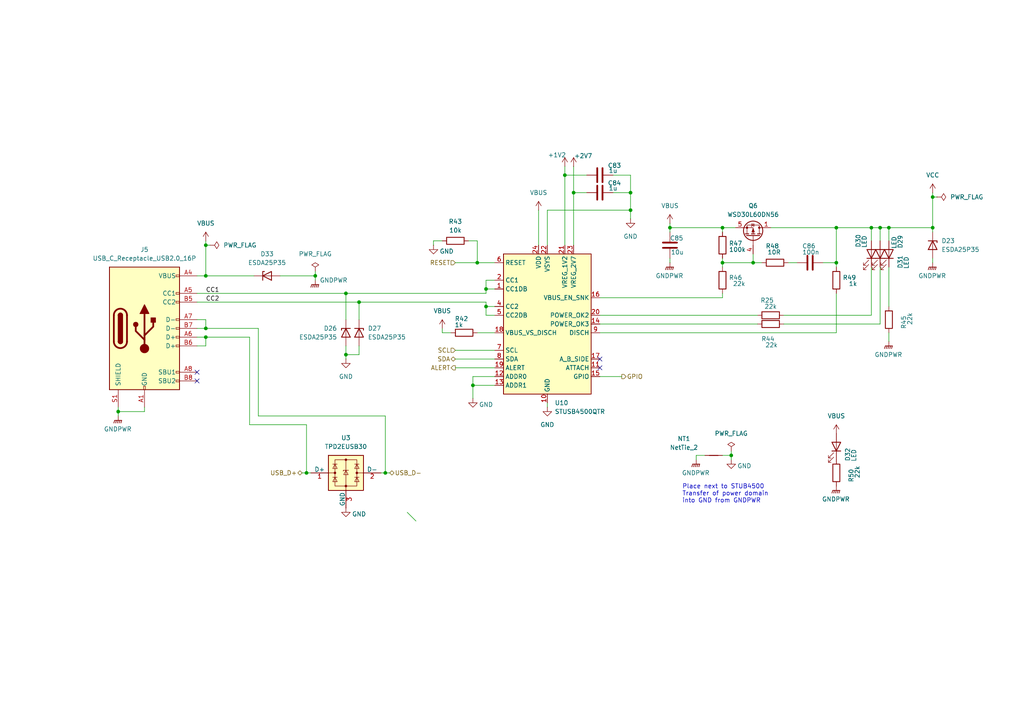
<source format=kicad_sch>
(kicad_sch (version 20250114) (generator "eeschema") (generator_version "9.0")
  (paper "A4")
  (lib_symbols
    (symbol "Connector:USB_C_Receptacle_USB2.0_16P" (pin_names (offset 1.016))
      (property "Reference" "J" (at 0 22.225 0))
      (property "Value" "USB_C_Receptacle_USB2.0_16P" (at 0 19.685 0))
      (symbol "USB_C_Receptacle_USB2.0_16P_0_0"
        (rectangle (start -0.254 -17.78) (end 0.254 -16.764))
        (rectangle (start 10.16 15.494) (end 9.144 14.986))
        (rectangle (start 10.16 10.414) (end 9.144 9.906))
        (rectangle (start 10.16 7.874) (end 9.144 7.366))
        (rectangle (start 10.16 2.794) (end 9.144 2.286))
        (rectangle (start 10.16 0.254) (end 9.144 -0.254))
        (rectangle (start 10.16 -2.286) (end 9.144 -2.794))
        (rectangle (start 10.16 -4.826) (end 9.144 -5.334))
        (rectangle (start 10.16 -12.446) (end 9.144 -12.954))
        (rectangle (start 10.16 -14.986) (end 9.144 -15.494))
      )
      (symbol "USB_C_Receptacle_USB2.0_16P_0_1"
        (rectangle (start -10.16 17.78) (end 10.16 -17.78) (stroke (width 0.254)) (fill (type background)))
        (polyline (pts (xy -8.89 -3.81) (xy -8.89 3.81)) (stroke (width 0.508)))
        (rectangle (start -7.62 -3.81) (end -6.35 3.81) (stroke (width 0.254)) (fill (type outline)))
        (arc (start -7.62 3.81) (mid -6.985 4.4423) (end -6.35 3.81) (stroke (width 0.254)))
        (arc (start -7.62 3.81) (mid -6.985 4.4423) (end -6.35 3.81) (stroke (width 0.254)) (fill (type outline)))
        (arc (start -8.89 3.81) (mid -6.985 5.7067) (end -5.08 3.81) (stroke (width 0.508)))
        (arc (start -5.08 -3.81) (mid -6.985 -5.7067) (end -8.89 -3.81) (stroke (width 0.508)))
        (arc (start -6.35 -3.81) (mid -6.985 -4.4423) (end -7.62 -3.81) (stroke (width 0.254)))
        (arc (start -6.35 -3.81) (mid -6.985 -4.4423) (end -7.62 -3.81) (stroke (width 0.254)) (fill (type outline)))
        (polyline (pts (xy -5.08 3.81) (xy -5.08 -3.81)) (stroke (width 0.508)))
        (circle (center -2.54 1.143) (radius 0.635) (stroke (width 0.254)) (fill (type outline)))
        (polyline (pts (xy -1.27 4.318) (xy 0 6.858) (xy 1.27 4.318) (xy -1.27 4.318)) (stroke (width 0.254)) (fill (type outline)))
        (polyline (pts (xy 0 -2.032) (xy 2.54 0.508) (xy 2.54 1.778)) (stroke (width 0.508)))
        (polyline (pts (xy 0 -3.302) (xy -2.54 -0.762) (xy -2.54 0.508)) (stroke (width 0.508)))
        (polyline (pts (xy 0 -5.842) (xy 0 4.318)) (stroke (width 0.508)))
        (circle (center 0 -5.842) (radius 1.27) (fill (type outline)))
        (rectangle (start 1.905 1.778) (end 3.175 3.048) (stroke (width 0.254)) (fill (type outline)))
      )
      (symbol "USB_C_Receptacle_USB2.0_16P_1_1"
        (pin passive line (at -7.62 -22.86 90) (length 5.08) (name "SHIELD") (number "S1"))
        (pin passive line (at 0 -22.86 90) (length 5.08) (name "GND") (number "A1"))
        (pin passive line (at 0 -22.86 90) (length 5.08) (hide yes) (name "GND") (number "A12"))
        (pin passive line (at 0 -22.86 90) (length 5.08) (hide yes) (name "GND") (number "B1"))
        (pin passive line (at 0 -22.86 90) (length 5.08) (hide yes) (name "GND") (number "B12"))
        (pin passive line (at 15.24 15.24 180) (length 5.08) (name "VBUS") (number "A4"))
        (pin passive line (at 15.24 15.24 180) (length 5.08) (hide yes) (name "VBUS") (number "A9"))
        (pin passive line (at 15.24 15.24 180) (length 5.08) (hide yes) (name "VBUS") (number "B4"))
        (pin passive line (at 15.24 15.24 180) (length 5.08) (hide yes) (name "VBUS") (number "B9"))
        (pin bidirectional line (at 15.24 10.16 180) (length 5.08) (name "CC1") (number "A5"))
        (pin bidirectional line (at 15.24 7.62 180) (length 5.08) (name "CC2") (number "B5"))
        (pin bidirectional line (at 15.24 2.54 180) (length 5.08) (name "D-") (number "A7"))
        (pin bidirectional line (at 15.24 0 180) (length 5.08) (name "D-") (number "B7"))
        (pin bidirectional line (at 15.24 -2.54 180) (length 5.08) (name "D+") (number "A6"))
        (pin bidirectional line (at 15.24 -5.08 180) (length 5.08) (name "D+") (number "B6"))
        (pin bidirectional line (at 15.24 -12.7 180) (length 5.08) (name "SBU1") (number "A8"))
        (pin bidirectional line (at 15.24 -15.24 180) (length 5.08) (name "SBU2") (number "B8"))
      )
    )
    (symbol "Device:C" (pin_numbers (hide yes)) (pin_names (offset 0.254))
      (property "Reference" "C" (at 0.635 2.54 0))
      (property "Value" "C" (at 0.635 -2.54 0))
      (symbol "C_0_1"
        (polyline (pts (xy -2.032 0.762) (xy 2.032 0.762)) (stroke (width 0.508)))
        (polyline (pts (xy -2.032 -0.762) (xy 2.032 -0.762)) (stroke (width 0.508)))
      )
      (symbol "C_1_1"
        (pin passive line (at 0 3.81 270) (length 2.794) (name "~") (number "1"))
        (pin passive line (at 0 -3.81 90) (length 2.794) (name "~") (number "2"))
      )
    )
    (symbol "Device:D_Zener" (pin_numbers (hide yes)) (pin_names (offset 1.016) (hide yes))
      (property "Reference" "D" (at 0 2.54 0))
      (property "Value" "D_Zener" (at 0 -2.54 0))
      (symbol "D_Zener_0_1"
        (polyline (pts (xy -1.27 -1.27) (xy -1.27 1.27) (xy -0.762 1.27)) (stroke (width 0.254)))
        (polyline (pts (xy 1.27 0) (xy -1.27 0)))
        (polyline (pts (xy 1.27 -1.27) (xy 1.27 1.27) (xy -1.27 0) (xy 1.27 -1.27)) (stroke (width 0.254)))
      )
      (symbol "D_Zener_1_1"
        (pin passive line (at -3.81 0 0) (length 2.54) (name "K") (number "1"))
        (pin passive line (at 3.81 0 180) (length 2.54) (name "A") (number "2"))
      )
    )
    (symbol "Device:LED" (pin_numbers (hide yes)) (pin_names (offset 1.016) (hide yes))
      (property "Reference" "D" (at 0 2.54 0))
      (property "Value" "LED" (at 0 -2.54 0))
      (symbol "LED_0_1"
        (polyline (pts (xy -3.048 -0.762) (xy -4.572 -2.286) (xy -3.81 -2.286) (xy -4.572 -2.286) (xy -4.572 -1.524)))
        (polyline (pts (xy -1.778 -0.762) (xy -3.302 -2.286) (xy -2.54 -2.286) (xy -3.302 -2.286) (xy -3.302 -1.524)))
        (polyline (pts (xy -1.27 0) (xy 1.27 0)))
        (polyline (pts (xy -1.27 -1.27) (xy -1.27 1.27)) (stroke (width 0.254)))
        (polyline (pts (xy 1.27 -1.27) (xy 1.27 1.27) (xy -1.27 0) (xy 1.27 -1.27)) (stroke (width 0.254)))
      )
      (symbol "LED_1_1"
        (pin passive line (at -3.81 0 0) (length 2.54) (name "K") (number "1"))
        (pin passive line (at 3.81 0 180) (length 2.54) (name "A") (number "2"))
      )
    )
    (symbol "Device:NetTie_2" (pin_numbers (hide yes)) (pin_names (offset 0) (hide yes)) (in_bom no)
      (property "Reference" "NT" (at 0 1.27 0))
      (property "Value" "NetTie_2" (at 0 -1.27 0))
      (symbol "NetTie_2_0_1"
        (polyline (pts (xy -1.27 0) (xy 1.27 0)) (stroke (width 0.254)))
      )
      (symbol "NetTie_2_1_1"
        (pin passive line (at -2.54 0 0) (length 2.54) (name "1") (number "1"))
        (pin passive line (at 2.54 0 180) (length 2.54) (name "2") (number "2"))
      )
    )
    (symbol "Device:R" (pin_numbers (hide yes)) (pin_names (offset 0))
      (property "Reference" "R" (at 2.032 0 90))
      (property "Value" "R" (at 0 0 90))
      (symbol "R_0_1"
        (rectangle (start -1.016 -2.54) (end 1.016 2.54) (stroke (width 0.254)))
      )
      (symbol "R_1_1"
        (pin passive line (at 0 3.81 270) (length 1.27) (name "~") (number "1"))
        (pin passive line (at 0 -3.81 90) (length 1.27) (name "~") (number "2"))
      )
    )
    (symbol "Interface_USB:STUSB4500QTR"
      (property "Reference" "U" (at -12.7 21.59 0))
      (property "Value" "STUSB4500QTR" (at 8.89 -21.59 0))
      (symbol "STUSB4500QTR_0_1"
        (rectangle (start -12.7 20.32) (end 12.7 -20.32) (stroke (width 0.254)) (fill (type background)))
      )
      (symbol "STUSB4500QTR_1_1"
        (pin input line (at -15.24 17.78 0) (length 2.54) (name "RESET") (number "6"))
        (pin bidirectional line (at -15.24 12.7 0) (length 2.54) (name "CC1") (number "2"))
        (pin bidirectional line (at -15.24 10.16 0) (length 2.54) (name "CC1DB") (number "1"))
        (pin bidirectional line (at -15.24 5.08 0) (length 2.54) (name "CC2") (number "4"))
        (pin bidirectional line (at -15.24 2.54 0) (length 2.54) (name "CC2DB") (number "5"))
        (pin input line (at -15.24 -2.54 0) (length 2.54) (name "VBUS_VS_DISCH") (number "18"))
        (pin input line (at -15.24 -7.62 0) (length 2.54) (name "SCL") (number "7"))
        (pin bidirectional line (at -15.24 -10.16 0) (length 2.54) (name "SDA") (number "8"))
        (pin open_collector line (at -15.24 -12.7 0) (length 2.54) (name "ALERT") (number "19"))
        (pin input line (at -15.24 -15.24 0) (length 2.54) (name "ADDR0") (number "12"))
        (pin input line (at -15.24 -17.78 0) (length 2.54) (name "ADDR1") (number "13"))
        (pin no_connect line (at -12.7 15.24 0) (length 2.54) (hide yes) (name "NC") (number "3"))
        (pin power_in line (at -2.54 22.86 270) (length 2.54) (name "VDD") (number "24"))
        (pin power_in line (at 0 22.86 270) (length 2.54) (name "VSYS") (number "22"))
        (pin power_in line (at 0 -22.86 90) (length 2.54) (name "GND") (number "10"))
        (pin passive line (at 0 -22.86 90) (length 2.54) (hide yes) (name "GND") (number "25"))
        (pin power_out line (at 5.08 22.86 270) (length 2.54) (name "VREG_1V2") (number "21"))
        (pin power_out line (at 7.62 22.86 270) (length 2.54) (name "VREG_2V7") (number "23"))
        (pin open_collector line (at 15.24 7.62 180) (length 2.54) (name "VBUS_EN_SNK") (number "16"))
        (pin open_collector line (at 15.24 2.54 180) (length 2.54) (name "POWER_OK2") (number "20"))
        (pin open_collector line (at 15.24 0 180) (length 2.54) (name "POWER_OK3") (number "14"))
        (pin bidirectional line (at 15.24 -2.54 180) (length 2.54) (name "DISCH") (number "9"))
        (pin open_collector line (at 15.24 -10.16 180) (length 2.54) (name "A_B_SIDE") (number "17"))
        (pin open_collector line (at 15.24 -12.7 180) (length 2.54) (name "ATTACH") (number "11"))
        (pin open_collector line (at 15.24 -15.24 180) (length 2.54) (name "GPIO") (number "15"))
      )
    )
    (symbol "Power_Protection:TPD2EUSB30" (pin_names (offset 0))
      (property "Reference" "U" (at 0 6.35 0))
      (property "Value" "TPD2EUSB30" (at 7.62 -7.62 0))
      (symbol "TPD2EUSB30_0_1"
        (rectangle (start -5.08 5.08) (end 5.08 -5.08) (stroke (width 0.254)) (fill (type background)))
        (polyline (pts (xy -5.08 0) (xy -3.175 0)))
        (polyline (pts (xy -3.81 2.54) (xy -2.54 2.54)))
        (polyline (pts (xy -3.81 -1.27) (xy -2.54 -1.27)))
        (rectangle (start -3.175 3.81) (end 3.175 -3.81))
        (circle (center -3.175 0) (radius 0.2794) (fill (type outline)))
        (polyline (pts (xy -2.54 1.27) (xy -3.81 1.27) (xy -3.175 2.54) (xy -2.54 1.27)))
        (polyline (pts (xy -2.54 -2.54) (xy -3.81 -2.54) (xy -3.175 -1.27) (xy -2.54 -2.54)))
        (circle (center 0 3.81) (radius 0.2794) (fill (type outline)))
        (polyline (pts (xy 0 3.81) (xy 0 -5.08)))
        (circle (center 0 -3.81) (radius 0.2794) (fill (type outline)))
        (polyline (pts (xy 0.635 -0.508) (xy -0.635 -0.508) (xy 0 0.762) (xy 0.635 -0.508)))
        (polyline (pts (xy 0.762 0.762) (xy -0.762 0.762) (xy -0.762 0.508)))
        (polyline (pts (xy 2.54 2.54) (xy 3.81 2.54)))
        (polyline (pts (xy 2.54 -1.27) (xy 3.81 -1.27)))
        (circle (center 3.175 0) (radius 0.2794) (fill (type outline)))
        (polyline (pts (xy 3.81 1.27) (xy 2.54 1.27) (xy 3.175 2.54) (xy 3.81 1.27)))
        (polyline (pts (xy 3.81 -2.54) (xy 2.54 -2.54) (xy 3.175 -1.27) (xy 3.81 -2.54)))
        (polyline (pts (xy 5.08 0) (xy 3.175 0)))
      )
      (symbol "TPD2EUSB30_1_1"
        (pin passive line (at -10.16 0 0) (length 5.08) (name "D+") (number "1"))
        (pin passive line (at 0 -10.16 90) (length 5.08) (name "GND") (number "3"))
        (pin passive line (at 10.16 0 180) (length 5.08) (name "D-") (number "2"))
      )
    )
    (symbol "Transistor_FET:CSD25402Q3A" (pin_names (hide yes))
      (property "Reference" "U" (at 5.715 1.905 0))
      (property "Value" "CSD25402Q3A" (at 11.811 -0.127 0))
      (symbol "CSD25402Q3A_0_1"
        (polyline (pts (xy 0.254 1.905) (xy 0.254 -1.905)) (stroke (width 0.254)))
        (polyline (pts (xy 0.254 0) (xy -2.54 0)))
        (polyline (pts (xy 0.762 2.286) (xy 0.762 1.27)) (stroke (width 0.254)))
        (polyline (pts (xy 0.762 1.778) (xy 3.302 1.778) (xy 3.302 -1.778) (xy 0.762 -1.778)))
        (polyline (pts (xy 0.762 0.508) (xy 0.762 -0.508)) (stroke (width 0.254)))
        (polyline (pts (xy 0.762 -1.27) (xy 0.762 -2.286)) (stroke (width 0.254)))
        (circle (center 1.651 0) (radius 2.794) (stroke (width 0.254)))
        (polyline (pts (xy 2.286 0) (xy 1.27 0.381) (xy 1.27 -0.381) (xy 2.286 0)) (fill (type outline)))
        (polyline (pts (xy 2.54 2.54) (xy 2.54 1.778)))
        (circle (center 2.54 1.778) (radius 0.254) (fill (type outline)))
        (circle (center 2.54 -1.778) (radius 0.254) (fill (type outline)))
        (polyline (pts (xy 2.54 -2.54) (xy 2.54 0) (xy 0.762 0)))
        (polyline (pts (xy 2.794 -0.508) (xy 2.921 -0.381) (xy 3.683 -0.381) (xy 3.81 -0.254)))
        (polyline (pts (xy 3.302 -0.381) (xy 2.921 0.254) (xy 3.683 0.254) (xy 3.302 -0.381)))
      )
      (symbol "CSD25402Q3A_1_1"
        (pin input line (at -5.08 0 0) (length 2.54) (name "G") (number "4"))
        (pin passive line (at 2.54 5.08 270) (length 2.54) (name "D") (number "1"))
        (pin passive line (at 2.54 5.08 270) (length 2.54) (hide yes) (name "D") (number "2"))
        (pin passive line (at 2.54 5.08 270) (length 2.54) (hide yes) (name "D") (number "3"))
        (pin passive line (at 2.54 -5.08 90) (length 2.54) (name "S") (number "5"))
      )
    )
    (symbol "power:+1V2" (power) (pin_numbers (hide yes)) (pin_names (offset 0) (hide yes))
      (property "Value" "+1V2" (at 0 3.556 0))
      (symbol "+1V2_0_1"
        (polyline (pts (xy -0.762 1.27) (xy 0 2.54)))
        (polyline (pts (xy 0 2.54) (xy 0.762 1.27)))
        (polyline (pts (xy 0 0) (xy 0 2.54)))
      )
      (symbol "+1V2_1_1"
        (pin power_in line (at 0 0 90) (length 0) (name "~") (number "1"))
      )
    )
    (symbol "power:+2V8" (power) (pin_numbers (hide yes)) (pin_names (offset 0) (hide yes))
      (property "Value" "+2V8" (at 0 3.556 0))
      (symbol "+2V8_0_1"
        (polyline (pts (xy -0.762 1.27) (xy 0 2.54)))
        (polyline (pts (xy 0 2.54) (xy 0.762 1.27)))
        (polyline (pts (xy 0 0) (xy 0 2.54)))
      )
      (symbol "+2V8_1_1"
        (pin power_in line (at 0 0 90) (length 0) (name "~") (number "1"))
      )
    )
    (symbol "power:GND" (power) (pin_numbers (hide yes)) (pin_names (offset 0) (hide yes))
      (property "Value" "GND" (at 0 -3.81 0))
      (symbol "GND_0_1"
        (polyline (pts (xy 0 0) (xy 0 -1.27) (xy 1.27 -1.27) (xy 0 -2.54) (xy -1.27 -1.27) (xy 0 -1.27)))
      )
      (symbol "GND_1_1"
        (pin power_in line (at 0 0 270) (length 0) (name "~") (number "1"))
      )
    )
    (symbol "power:GNDPWR" (power) (pin_numbers (hide yes)) (pin_names (offset 0) (hide yes))
      (property "Value" "GNDPWR" (at 0 -3.302 0))
      (symbol "GNDPWR_0_1"
        (polyline (pts (xy -1.016 -1.27) (xy -1.27 -2.032) (xy -1.27 -2.032)) (stroke (width 0.2032)))
        (polyline (pts (xy -0.508 -1.27) (xy -0.762 -2.032) (xy -0.762 -2.032)) (stroke (width 0.2032)))
        (polyline (pts (xy 0 -1.27) (xy 0 0)))
        (polyline (pts (xy 0 -1.27) (xy -0.254 -2.032) (xy -0.254 -2.032)) (stroke (width 0.2032)))
        (polyline (pts (xy 0.508 -1.27) (xy 0.254 -2.032) (xy 0.254 -2.032)) (stroke (width 0.2032)))
        (polyline (pts (xy 1.016 -1.27) (xy -1.016 -1.27) (xy -1.016 -1.27)) (stroke (width 0.2032)))
        (polyline (pts (xy 1.016 -1.27) (xy 0.762 -2.032) (xy 0.762 -2.032) (xy 0.762 -2.032)) (stroke (width 0.2032)))
      )
      (symbol "GNDPWR_1_1"
        (pin power_in line (at 0 0 270) (length 0) (name "~") (number "1"))
      )
    )
    (symbol "power:PWR_FLAG" (power) (pin_numbers (hide yes)) (pin_names (offset 0) (hide yes))
      (property "Value" "PWR_FLAG" (at 0 3.81 0))
      (symbol "PWR_FLAG_0_0"
        (pin power_out line (at 0 0 90) (length 0) (name "~") (number "1"))
      )
      (symbol "PWR_FLAG_0_1"
        (polyline (pts (xy 0 0) (xy 0 1.27) (xy -1.016 1.905) (xy 0 2.54) (xy 1.016 1.905) (xy 0 1.27)))
      )
    )
    (symbol "power:VBUS" (power) (pin_numbers (hide yes)) (pin_names (offset 0) (hide yes))
      (property "Value" "VBUS" (at 0 3.556 0))
      (symbol "VBUS_0_1"
        (polyline (pts (xy -0.762 1.27) (xy 0 2.54)))
        (polyline (pts (xy 0 2.54) (xy 0.762 1.27)))
        (polyline (pts (xy 0 0) (xy 0 2.54)))
      )
      (symbol "VBUS_1_1"
        (pin power_in line (at 0 0 90) (length 0) (name "~") (number "1"))
      )
    )
    (symbol "power:VCC" (power) (pin_numbers (hide yes)) (pin_names (offset 0) (hide yes))
      (property "Value" "VCC" (at 0 3.556 0))
      (symbol "VCC_0_1"
        (polyline (pts (xy -0.762 1.27) (xy 0 2.54)))
        (polyline (pts (xy 0 2.54) (xy 0.762 1.27)))
        (polyline (pts (xy 0 0) (xy 0 2.54)))
      )
      (symbol "VCC_1_1"
        (pin power_in line (at 0 0 90) (length 0) (name "~") (number "1"))
      )
    )
  )
  (text "Place next to STUB4500\nTransfer of power domain\ninto GND from GNDPWR" (at 197.866 143.256 0) (effects (font (size 1.27 1.27)) (justify left)))
  (junction (at 209.55 76.2))
  (junction (at 182.88 60.96))
  (junction (at 163.83 50.8))
  (junction (at 91.44 80.01))
  (junction (at 209.55 66.04))
  (junction (at 242.57 66.04))
  (junction (at 140.97 88.9))
  (junction (at 257.81 66.04))
  (junction (at 182.88 55.88))
  (junction (at 34.29 119.38))
  (junction (at 270.51 66.04))
  (junction (at 88.9 137.16))
  (junction (at 270.51 57.15))
  (junction (at 59.69 71.12))
  (junction (at 242.57 76.2))
  (junction (at 140.97 83.82))
  (junction (at 212.09 132.08))
  (junction (at 218.44 76.2))
  (junction (at 100.33 102.87))
  (junction (at 137.16 111.76))
  (junction (at 138.43 76.2))
  (junction (at 59.69 97.79))
  (junction (at 194.31 66.04))
  (junction (at 166.37 55.88))
  (junction (at 255.27 66.04))
  (junction (at 252.73 66.04))
  (junction (at 59.69 80.01))
  (junction (at 111.76 137.16))
  (junction (at 59.69 95.25))
  (junction (at 100.33 85.09))
  (junction (at 104.14 87.63))
  (no_connect (at 173.99 106.68))
  (no_connect (at 57.15 107.95))
  (no_connect (at 57.15 110.49))
  (no_connect (at 173.99 104.14))
  (bus_entry (at 118.11 148.59) (size 2.54 2.54))
  (wire (pts (xy 270.51 55.88) (xy 270.51 57.15)))
  (wire (pts (xy 257.81 99.06) (xy 257.81 96.52)))
  (wire (pts (xy 57.15 97.79) (xy 59.69 97.79)))
  (wire (pts (xy 140.97 88.9) (xy 143.51 88.9)))
  (wire (pts (xy 135.89 69.85) (xy 138.43 69.85)))
  (wire (pts (xy 88.9 137.16) (xy 90.17 137.16)))
  (wire (pts (xy 34.29 119.38) (xy 34.29 120.65)))
  (wire (pts (xy 137.16 109.22) (xy 137.16 111.76)))
  (wire (pts (xy 100.33 102.87) (xy 100.33 104.14)))
  (wire (pts (xy 140.97 87.63) (xy 140.97 88.9)))
  (wire (pts (xy 59.69 97.79) (xy 72.39 97.79)))
  (wire (pts (xy 104.14 87.63) (xy 140.97 87.63)))
  (wire (pts (xy 209.55 76.2) (xy 209.55 77.47)))
  (wire (pts (xy 91.44 78.74) (xy 91.44 80.01)))
  (wire (pts (xy 166.37 48.26) (xy 166.37 55.88)))
  (wire (pts (xy 242.57 96.52) (xy 242.57 85.09)))
  (wire (pts (xy 158.75 60.96) (xy 182.88 60.96)))
  (wire (pts (xy 100.33 85.09) (xy 100.33 92.71)))
  (wire (pts (xy 270.51 57.15) (xy 270.51 66.04)))
  (wire (pts (xy 252.73 66.04) (xy 255.27 66.04)))
  (wire (pts (xy 209.55 66.04) (xy 209.55 67.31)))
  (wire (pts (xy 100.33 100.33) (xy 100.33 102.87)))
  (wire (pts (xy 81.28 80.01) (xy 91.44 80.01)))
  (wire (pts (xy 128.27 69.85) (xy 125.73 69.85)))
  (wire (pts (xy 194.31 76.2) (xy 194.31 74.93)))
  (wire (pts (xy 72.39 97.79) (xy 72.39 123.19)))
  (wire (pts (xy 209.55 76.2) (xy 218.44 76.2)))
  (wire (pts (xy 111.76 120.65) (xy 111.76 137.16)))
  (wire (pts (xy 74.93 95.25) (xy 74.93 120.65)))
  (wire (pts (xy 158.75 60.96) (xy 158.75 71.12)))
  (wire (pts (xy 59.69 95.25) (xy 74.93 95.25)))
  (wire (pts (xy 59.69 92.71) (xy 59.69 95.25)))
  (wire (pts (xy 252.73 66.04) (xy 252.73 69.85)))
  (wire (pts (xy 57.15 87.63) (xy 104.14 87.63)))
  (wire (pts (xy 194.31 66.04) (xy 209.55 66.04)))
  (wire (pts (xy 209.55 74.93) (xy 209.55 76.2)))
  (wire (pts (xy 173.99 86.36) (xy 209.55 86.36)))
  (wire (pts (xy 156.21 60.96) (xy 156.21 71.12)))
  (wire (pts (xy 177.8 50.8) (xy 182.88 50.8)))
  (wire (pts (xy 255.27 77.47) (xy 255.27 93.98)))
  (wire (pts (xy 242.57 66.04) (xy 242.57 76.2)))
  (wire (pts (xy 104.14 100.33) (xy 104.14 102.87)))
  (wire (pts (xy 104.14 87.63) (xy 104.14 92.71)))
  (wire (pts (xy 182.88 50.8) (xy 182.88 55.88)))
  (wire (pts (xy 143.51 91.44) (xy 140.97 91.44)))
  (wire (pts (xy 182.88 60.96) (xy 182.88 63.5)))
  (wire (pts (xy 125.73 69.85) (xy 125.73 71.12)))
  (wire (pts (xy 140.97 91.44) (xy 140.97 88.9)))
  (wire (pts (xy 132.08 104.14) (xy 143.51 104.14)))
  (wire (pts (xy 182.88 55.88) (xy 182.88 60.96)))
  (wire (pts (xy 242.57 76.2) (xy 242.57 77.47)))
  (wire (pts (xy 218.44 76.2) (xy 220.98 76.2)))
  (wire (pts (xy 138.43 96.52) (xy 143.51 96.52)))
  (wire (pts (xy 74.93 120.65) (xy 111.76 120.65)))
  (wire (pts (xy 173.99 91.44) (xy 219.71 91.44)))
  (wire (pts (xy 242.57 66.04) (xy 252.73 66.04)))
  (wire (pts (xy 194.31 66.04) (xy 194.31 67.31)))
  (wire (pts (xy 177.8 55.88) (xy 182.88 55.88)))
  (wire (pts (xy 209.55 66.04) (xy 213.36 66.04)))
  (wire (pts (xy 173.99 96.52) (xy 242.57 96.52)))
  (wire (pts (xy 140.97 83.82) (xy 140.97 85.09)))
  (wire (pts (xy 59.69 95.25) (xy 57.15 95.25)))
  (wire (pts (xy 143.51 109.22) (xy 137.16 109.22)))
  (wire (pts (xy 255.27 66.04) (xy 257.81 66.04)))
  (wire (pts (xy 257.81 77.47) (xy 257.81 88.9)))
  (wire (pts (xy 91.44 80.01) (xy 91.44 81.28)))
  (wire (pts (xy 57.15 92.71) (xy 59.69 92.71)))
  (wire (pts (xy 166.37 55.88) (xy 170.18 55.88)))
  (wire (pts (xy 41.91 118.11) (xy 41.91 119.38)))
  (wire (pts (xy 138.43 76.2) (xy 143.51 76.2)))
  (wire (pts (xy 255.27 66.04) (xy 255.27 69.85)))
  (wire (pts (xy 163.83 48.26) (xy 163.83 50.8)))
  (wire (pts (xy 88.9 123.19) (xy 88.9 137.16)))
  (wire (pts (xy 57.15 80.01) (xy 59.69 80.01)))
  (wire (pts (xy 132.08 101.6) (xy 143.51 101.6)))
  (wire (pts (xy 87.63 137.16) (xy 88.9 137.16)))
  (wire (pts (xy 104.14 102.87) (xy 100.33 102.87)))
  (wire (pts (xy 204.47 132.08) (xy 201.93 132.08)))
  (wire (pts (xy 166.37 55.88) (xy 166.37 71.12)))
  (wire (pts (xy 255.27 93.98) (xy 227.33 93.98)))
  (wire (pts (xy 173.99 109.22) (xy 180.34 109.22)))
  (wire (pts (xy 110.49 137.16) (xy 111.76 137.16)))
  (wire (pts (xy 194.31 64.77) (xy 194.31 66.04)))
  (wire (pts (xy 100.33 85.09) (xy 140.97 85.09)))
  (wire (pts (xy 130.81 96.52) (xy 128.27 96.52)))
  (wire (pts (xy 34.29 118.11) (xy 34.29 119.38)))
  (wire (pts (xy 212.09 132.08) (xy 212.09 133.35)))
  (wire (pts (xy 163.83 50.8) (xy 170.18 50.8)))
  (wire (pts (xy 111.76 137.16) (xy 113.03 137.16)))
  (wire (pts (xy 59.69 100.33) (xy 59.69 97.79)))
  (wire (pts (xy 140.97 83.82) (xy 143.51 83.82)))
  (wire (pts (xy 41.91 119.38) (xy 34.29 119.38)))
  (wire (pts (xy 138.43 69.85) (xy 138.43 76.2)))
  (wire (pts (xy 228.6 76.2) (xy 231.14 76.2)))
  (wire (pts (xy 238.76 76.2) (xy 242.57 76.2)))
  (wire (pts (xy 227.33 91.44) (xy 252.73 91.44)))
  (wire (pts (xy 59.69 80.01) (xy 73.66 80.01)))
  (wire (pts (xy 132.08 106.68) (xy 143.51 106.68)))
  (wire (pts (xy 218.44 73.66) (xy 218.44 76.2)))
  (wire (pts (xy 223.52 66.04) (xy 242.57 66.04)))
  (wire (pts (xy 132.08 76.2) (xy 138.43 76.2)))
  (wire (pts (xy 137.16 111.76) (xy 143.51 111.76)))
  (wire (pts (xy 72.39 123.19) (xy 88.9 123.19)))
  (wire (pts (xy 270.51 74.93) (xy 270.51 76.2)))
  (wire (pts (xy 257.81 66.04) (xy 270.51 66.04)))
  (wire (pts (xy 140.97 81.28) (xy 140.97 83.82)))
  (wire (pts (xy 271.78 57.15) (xy 270.51 57.15)))
  (wire (pts (xy 201.93 132.08) (xy 201.93 133.35)))
  (wire (pts (xy 57.15 85.09) (xy 100.33 85.09)))
  (wire (pts (xy 158.75 118.11) (xy 158.75 116.84)))
  (wire (pts (xy 137.16 111.76) (xy 137.16 115.57)))
  (wire (pts (xy 173.99 93.98) (xy 219.71 93.98)))
  (wire (pts (xy 59.69 71.12) (xy 59.69 80.01)))
  (wire (pts (xy 209.55 86.36) (xy 209.55 85.09)))
  (wire (pts (xy 57.15 100.33) (xy 59.69 100.33)))
  (wire (pts (xy 128.27 96.52) (xy 128.27 95.25)))
  (wire (pts (xy 163.83 50.8) (xy 163.83 71.12)))
  (wire (pts (xy 59.69 69.85) (xy 59.69 71.12)))
  (wire (pts (xy 252.73 91.44) (xy 252.73 77.47)))
  (wire (pts (xy 257.81 66.04) (xy 257.81 69.85)))
  (wire (pts (xy 143.51 81.28) (xy 140.97 81.28)))
  (wire (pts (xy 60.96 71.12) (xy 59.69 71.12)))
  (wire (pts (xy 270.51 67.31) (xy 270.51 66.04)))
  (wire (pts (xy 212.09 130.81) (xy 212.09 132.08)))
  (wire (pts (xy 209.55 132.08) (xy 212.09 132.08)))
  (label "CC2" (at 59.69 87.63 0))
  (label "CC1" (at 59.69 85.09 0))
  (hierarchical_label "RESET" (shape input) (at 132.08 76.2 180))
  (hierarchical_label "SCL" (shape input) (at 132.08 101.6 180))
  (hierarchical_label "GPIO" (shape output) (at 180.34 109.22 0))
  (hierarchical_label "USB_D+" (shape bidirectional) (at 87.63 137.16 180))
  (hierarchical_label "ALERT" (shape output) (at 132.08 106.68 180))
  (hierarchical_label "USB_D-" (shape bidirectional) (at 113.03 137.16 0))
  (hierarchical_label "SDA" (shape bidirectional) (at 132.08 104.14 180))
  (symbol (lib_id "power:GNDPWR") (at 91.44 81.28 0) (unit 1)
    (property "Reference" "#PWR0103" (effects (hide yes)))
    (property "Value" "GNDPWR" (at 96.774 81.28 0))
    (property "Description" "Power symbol creates a global label with name \"GNDPWR\" , global ground" (effects (hide yes)))
  )
  (symbol (lib_id "Device:R") (at 223.52 93.98 270) (unit 1)
    (property "Reference" "R44" (at 222.758 98.298 90))
    (property "Value" "22k" (at 223.774 100.076 90))
    (property "Footprint" "Resistor_SMD:R_0402_1005Metric" (effects (hide yes)))
    (property "Description" "Resistor" (effects (hide yes)))
    (property "LCSC" "C25768" (effects (hide yes)))
  )
  (symbol (lib_id "Device:C") (at 173.99 55.88 90) (unit 1)
    (property "Reference" "C84" (at 176.276 53.086 90) (effects (justify right)))
    (property "Value" "1u" (at 176.53 54.61 90) (effects (justify right)))
    (property "Footprint" "Capacitor_SMD:C_0603_1608Metric" (effects (hide yes)))
    (property "Description" "Unpolarized capacitor" (effects (hide yes)))
    (property "LCSC" "C15849" (effects (hide yes)))
  )
  (symbol (lib_id "power:GNDPWR") (at 34.29 120.65 0) (unit 1)
    (property "Reference" "#PWR0101" (effects (hide yes)))
    (property "Value" "GNDPWR" (at 34.163 124.46 0))
    (property "Description" "Power symbol creates a global label with name \"GNDPWR\" , global ground" (effects (hide yes)))
  )
  (symbol (lib_id "power:GNDPWR") (at 242.57 140.97 0) (unit 1)
    (property "Reference" "#PWR044" (effects (hide yes)))
    (property "Value" "GNDPWR" (at 242.443 144.78 0))
    (property "Description" "Power symbol creates a global label with name \"GNDPWR\" , global ground" (effects (hide yes)))
  )
  (symbol (lib_id "power:PWR_FLAG") (at 91.44 78.74 0) (mirror y) (unit 1)
    (property "Reference" "#FLG01" (effects (hide yes)))
    (property "Value" "PWR_FLAG" (at 91.44 73.66 0))
    (property "Description" "Special symbol for telling ERC where power comes from" (effects (hide yes)))
  )
  (symbol (lib_id "Device:D_Zener") (at 77.47 80.01 0) (unit 1)
    (property "Reference" "D33" (at 77.47 73.66 0))
    (property "Value" "ESDA25P35" (at 77.47 76.2 0))
    (property "Footprint" "protovolt_mini_fp:D_1610_4027Metric" (effects (hide yes)))
    (property "Description" "Zener diode" (effects (hide yes)))
    (property "LCSC" "C1974707" (effects (hide yes)))
  )
  (symbol (lib_id "power:+1V2") (at 163.83 48.26 0) (unit 1)
    (property "Reference" "#PWR0111" (effects (hide yes)))
    (property "Value" "+1V2" (at 161.544 44.958 0))
    (property "Description" "Power symbol creates a global label with name \"+1V2\"" (effects (hide yes)))
  )
  (symbol (lib_id "power:GNDPWR") (at 201.93 133.35 0) (unit 1)
    (property "Reference" "#PWR0104" (effects (hide yes)))
    (property "Value" "GNDPWR" (at 201.803 137.16 0))
    (property "Description" "Power symbol creates a global label with name \"GNDPWR\" , global ground" (effects (hide yes)))
  )
  (symbol (lib_id "Power_Protection:TPD2EUSB30") (at 100.33 137.16 0) (unit 1)
    (property "Reference" "U3" (at 100.33 127 0))
    (property "Value" "TPD2EUSB30" (at 100.33 129.54 0))
    (property "Footprint" "Package_TO_SOT_SMD:Texas_DRT-3" (effects (hide yes)))
    (property "Datasheet" "http://www.ti.com/lit/ds/symlink/tpd2eusb30a.pdf" (effects (hide yes)))
    (property "Description" "2-Channel ESD Protection for Super-Speed USB 3.0 Interface, DRT-3" (effects (hide yes)))
    (property "LCSC" "C97502" (effects (hide yes)))
  )
  (symbol (lib_id "Device:LED") (at 257.81 73.66 270) (mirror x) (unit 1)
    (property "Reference" "D31" (at 261.112 75.946 0))
    (property "Value" "LED" (at 262.89 76.2 0))
    (property "Footprint" "LED_SMD:LED_0603_1608Metric" (effects (hide yes)))
    (property "Description" "Light emitting diode" (effects (hide yes)))
    (property "Sim.Pins" "1=K 2=A" (effects (hide yes)))
    (property "LCSC" "C2286" (effects (hide yes)))
  )
  (symbol (lib_id "Device:R") (at 223.52 91.44 270) (unit 1)
    (property "Reference" "R25" (at 222.504 87.122 90))
    (property "Value" "22k" (at 223.52 88.9 90))
    (property "Footprint" "Resistor_SMD:R_0402_1005Metric" (effects (hide yes)))
    (property "Description" "Resistor" (effects (hide yes)))
    (property "LCSC" "C25768" (effects (hide yes)))
  )
  (symbol (lib_id "power:VBUS") (at 242.57 125.73 0) (unit 1)
    (property "Reference" "#PWR042" (effects (hide yes)))
    (property "Value" "VBUS" (at 242.57 120.65 0))
    (property "Description" "Power symbol creates a global label with name \"VBUS\"" (effects (hide yes)))
  )
  (symbol (lib_id "power:GND") (at 212.09 133.35 0) (unit 1)
    (property "Reference" "#PWR0105" (effects (hide yes)))
    (property "Value" "GND" (at 215.9 135.128 0))
    (property "Description" "Power symbol creates a global label with name \"GND\" , ground" (effects (hide yes)))
  )
  (symbol (lib_id "power:GNDPWR") (at 270.51 76.2 0) (unit 1)
    (property "Reference" "#PWR0116" (effects (hide yes)))
    (property "Value" "GNDPWR" (at 270.383 80.01 0))
    (property "Description" "Power symbol creates a global label with name \"GNDPWR\" , global ground" (effects (hide yes)))
  )
  (symbol (lib_id "power:GND") (at 182.88 63.5 0) (mirror y) (unit 1)
    (property "Reference" "#PWR0109" (effects (hide yes)))
    (property "Value" "GND" (at 182.88 68.58 0))
    (property "Description" "Power symbol creates a global label with name \"GND\" , ground" (effects (hide yes)))
  )
  (symbol (lib_id "Device:LED") (at 252.73 73.66 270) (mirror x) (unit 1)
    (property "Reference" "D29" (at 261.112 70.104 0))
    (property "Value" "LED" (at 259.334 70.358 0))
    (property "Footprint" "LED_SMD:LED_0603_1608Metric" (effects (hide yes)))
    (property "Description" "Light emitting diode" (effects (hide yes)))
    (property "Sim.Pins" "1=K 2=A" (effects (hide yes)))
    (property "LCSC" "C2286" (effects (hide yes)))
  )
  (symbol (lib_id "power:GND") (at 137.16 115.57 0) (unit 1)
    (property "Reference" "#PWR0108" (effects (hide yes)))
    (property "Value" "GND" (at 140.97 117.348 0))
    (property "Description" "Power symbol creates a global label with name \"GND\" , ground" (effects (hide yes)))
  )
  (symbol (lib_id "Device:R") (at 257.81 92.71 0) (unit 1)
    (property "Reference" "R45" (at 262.128 93.472 90))
    (property "Value" "22k" (at 263.906 92.456 90))
    (property "Footprint" "Resistor_SMD:R_0402_1005Metric" (effects (hide yes)))
    (property "Description" "Resistor" (effects (hide yes)))
    (property "LCSC" "C25768" (effects (hide yes)))
  )
  (symbol (lib_id "power:VBUS") (at 194.31 64.77 0) (unit 1)
    (property "Reference" "#PWR0113" (effects (hide yes)))
    (property "Value" "VBUS" (at 194.31 59.69 0))
    (property "Description" "Power symbol creates a global label with name \"VBUS\"" (effects (hide yes)))
  )
  (symbol (lib_id "Device:R") (at 209.55 71.12 180) (unit 1)
    (property "Reference" "R47" (at 213.36 70.612 0))
    (property "Value" "100k" (at 213.868 72.39 0))
    (property "Footprint" "Resistor_SMD:R_0402_1005Metric" (effects (hide yes)))
    (property "Description" "Resistor" (effects (hide yes)))
    (property "LCSC" "C25741" (effects (hide yes)))
  )
  (symbol (lib_id "Device:D_Zener") (at 100.33 96.52 90) (mirror x) (unit 1)
    (property "Reference" "D26" (at 97.79 95.2499 90) (effects (justify left)))
    (property "Value" "ESDA25P35" (at 97.79 97.7899 90) (effects (justify left)))
    (property "Footprint" "protovolt_mini_fp:D_1610_4027Metric" (effects (hide yes)))
    (property "Description" "Zener diode" (effects (hide yes)))
    (property "LCSC" "C1974707" (effects (hide yes)))
  )
  (symbol (lib_id "Device:C") (at 173.99 50.8 90) (unit 1)
    (property "Reference" "C83" (at 176.276 48.006 90) (effects (justify right)))
    (property "Value" "1u" (at 176.53 49.53 90) (effects (justify right)))
    (property "Footprint" "Capacitor_SMD:C_0603_1608Metric" (effects (hide yes)))
    (property "Description" "Unpolarized capacitor" (effects (hide yes)))
    (property "LCSC" "C15849" (effects (hide yes)))
  )
  (symbol (lib_id "power:GND") (at 125.73 71.12 0) (unit 1)
    (property "Reference" "#PWR0107" (effects (hide yes)))
    (property "Value" "GND" (at 129.54 72.898 0))
    (property "Description" "Power symbol creates a global label with name \"GND\" , ground" (effects (hide yes)))
  )
  (symbol (lib_id "Device:LED") (at 255.27 73.66 270) (mirror x) (unit 1)
    (property "Reference" "D30" (at 248.92 69.85 0))
    (property "Value" "LED" (at 250.698 70.104 0))
    (property "Footprint" "LED_SMD:LED_0603_1608Metric" (effects (hide yes)))
    (property "Description" "Light emitting diode" (effects (hide yes)))
    (property "Sim.Pins" "1=K 2=A" (effects (hide yes)))
    (property "LCSC" "C2286" (effects (hide yes)))
  )
  (symbol (lib_id "Device:R") (at 224.79 76.2 90) (unit 1)
    (property "Reference" "R48" (at 224.028 71.374 90))
    (property "Value" "10R" (at 224.536 73.152 90))
    (property "Footprint" "Resistor_SMD:R_0402_1005Metric" (effects (hide yes)))
    (property "Description" "Resistor" (effects (hide yes)))
    (property "LCSC" "C25077" (effects (hide yes)))
  )
  (symbol (lib_id "Device:R") (at 242.57 137.16 0) (unit 1)
    (property "Reference" "R50" (at 246.888 137.922 90))
    (property "Value" "22k" (at 248.666 136.906 90))
    (property "Footprint" "Resistor_SMD:R_0402_1005Metric" (effects (hide yes)))
    (property "Description" "Resistor" (effects (hide yes)))
    (property "LCSC" "C25768" (effects (hide yes)))
  )
  (symbol (lib_id "Transistor_FET:CSD25402Q3A") (at 218.44 68.58 270) (mirror x) (unit 1)
    (property "Reference" "Q6" (at 218.44 59.69 90))
    (property "Value" "WSD30L60DN56" (at 218.44 62.23 90))
    (property "Footprint" "Package_DFN_QFN:PQFN-8-EP_6x5mm_P1.27mm_Generic" (effects (hide yes)))
    (property "LCSC" "C148397" (effects (hide yes)))
  )
  (symbol (lib_id "Interface_USB:STUSB4500QTR") (at 158.75 93.98 0) (unit 1)
    (property "Reference" "U10" (at 160.8933 116.84 0) (effects (justify left)))
    (property "Value" "STUSB4500QTR" (at 160.8933 119.38 0) (effects (justify left)))
    (property "Footprint" "Package_DFN_QFN:QFN-24-1EP_4x4mm_P0.5mm_EP2.7x2.7mm" (effects (hide yes)))
    (property "Datasheet" "https://www.st.com/resource/en/datasheet/stusb4500.pdf" (effects (hide yes)))
    (property "Description" "Stand-alone USB PD controller (with sink Auto-run mode), QFN-24" (effects (hide yes)))
    (property "LCSC" "C2678061" (effects (hide yes)))
  )
  (symbol (lib_id "Connector:USB_C_Receptacle_USB2.0_16P") (at 41.91 95.25 0) (unit 1)
    (property "Reference" "J5" (at 41.91 72.39 0))
    (property "Value" "USB_C_Receptacle_USB2.0_16P" (at 41.91 74.93 0))
    (property "Footprint" "Connector_USB:USB_C_Receptacle_GCT_USB4105-xx-A_16P_TopMnt_Horizontal" (effects (hide yes)))
    (property "Datasheet" "https://www.usb.org/sites/default/files/documents/usb_type-c.zip" (effects (hide yes)))
    (property "Description" "USB 2.0-only 16P Type-C Receptacle connector" (effects (hide yes)))
    (property "LCSC" "C165948" (effects (hide yes)))
  )
  (symbol (lib_id "Device:R") (at 132.08 69.85 90) (unit 1)
    (property "Reference" "R43" (at 132.08 64.262 90))
    (property "Value" "10k" (at 132.08 66.802 90))
    (property "Footprint" "Resistor_SMD:R_0402_1005Metric" (effects (hide yes)))
    (property "Description" "Resistor" (effects (hide yes)))
    (property "LCSC" "C25905" (effects (hide yes)))
  )
  (symbol (lib_id "power:VCC") (at 270.51 55.88 0) (unit 1)
    (property "Reference" "#PWR0115" (effects (hide yes)))
    (property "Value" "VCC" (at 270.51 50.8 0))
    (property "Description" "Power symbol creates a global label with name \"VCC\"" (effects (hide yes)))
  )
  (symbol (lib_id "Device:C") (at 194.31 71.12 0) (unit 1)
    (property "Reference" "C85" (at 194.31 69.088 0) (effects (justify left)))
    (property "Value" "10u" (at 194.564 73.152 0) (effects (justify left)))
    (property "Footprint" "Capacitor_SMD:C_1206_3216Metric" (effects (hide yes)))
    (property "Description" "Unpolarized capacitor" (effects (hide yes)))
    (property "LCSC" "C13585" (effects (hide yes)))
  )
  (symbol (lib_id "Device:R") (at 209.55 81.28 180) (unit 1)
    (property "Reference" "R46" (at 213.36 80.518 0))
    (property "Value" "22k" (at 214.376 82.296 0))
    (property "Footprint" "Resistor_SMD:R_0402_1005Metric" (effects (hide yes)))
    (property "Description" "Resistor" (effects (hide yes)))
    (property "LCSC" "C25768" (effects (hide yes)))
  )
  (symbol (lib_id "power:GNDPWR") (at 257.81 99.06 0) (unit 1)
    (property "Reference" "#PWR041" (effects (hide yes)))
    (property "Value" "GNDPWR" (at 257.683 102.87 0))
    (property "Description" "Power symbol creates a global label with name \"GNDPWR\" , global ground" (effects (hide yes)))
  )
  (symbol (lib_id "power:VBUS") (at 128.27 95.25 0) (unit 1)
    (property "Reference" "#PWR0106" (effects (hide yes)))
    (property "Value" "VBUS" (at 128.27 90.17 0))
    (property "Description" "Power symbol creates a global label with name \"VBUS\"" (effects (hide yes)))
  )
  (symbol (lib_id "Device:NetTie_2") (at 207.01 132.08 0) (unit 1) (in_bom no)
    (property "Reference" "NT1" (at 198.374 127.254 0))
    (property "Value" "NetTie_2" (at 198.374 129.794 0))
    (property "Footprint" "NetTie:NetTie-2_SMD_Pad0.5mm" (effects (hide yes)))
    (property "Description" "Net tie, 2 pins" (effects (hide yes)))
  )
  (symbol (lib_id "Device:R") (at 242.57 81.28 180) (unit 1)
    (property "Reference" "R49" (at 246.38 80.518 0))
    (property "Value" "1k" (at 247.396 82.296 0))
    (property "Footprint" "Resistor_SMD:R_0402_1005Metric" (effects (hide yes)))
    (property "Description" "Resistor" (effects (hide yes)))
    (property "LCSC" "C11702" (effects (hide yes)))
  )
  (symbol (lib_id "power:+2V8") (at 166.37 48.26 0) (unit 1)
    (property "Reference" "#PWR0112" (effects (hide yes)))
    (property "Value" "+2V7" (at 169.164 45.212 0))
    (property "Description" "Power symbol creates a global label with name \"+2V8\"" (effects (hide yes)))
  )
  (symbol (lib_id "power:GND") (at 100.33 104.14 0) (unit 1)
    (property "Reference" "#PWR0117" (effects (hide yes)))
    (property "Value" "GND" (at 100.33 109.22 0))
    (property "Description" "Power symbol creates a global label with name \"GND\" , ground" (effects (hide yes)))
  )
  (symbol (lib_id "Device:LED") (at 242.57 129.54 270) (mirror x) (unit 1)
    (property "Reference" "D32" (at 245.872 131.826 0))
    (property "Value" "LED" (at 247.65 132.08 0))
    (property "Footprint" "LED_SMD:LED_0603_1608Metric" (effects (hide yes)))
    (property "Description" "Light emitting diode" (effects (hide yes)))
    (property "Sim.Pins" "1=K 2=A" (effects (hide yes)))
    (property "LCSC" "C2286" (effects (hide yes)))
  )
  (symbol (lib_id "power:PWR_FLAG") (at 212.09 130.81 0) (mirror y) (unit 1)
    (property "Reference" "#FLG05" (effects (hide yes)))
    (property "Value" "PWR_FLAG" (at 212.09 125.73 0))
    (property "Description" "Special symbol for telling ERC where power comes from" (effects (hide yes)))
  )
  (symbol (lib_id "power:PWR_FLAG") (at 60.96 71.12 270) (unit 1)
    (property "Reference" "#FLG02" (effects (hide yes)))
    (property "Value" "PWR_FLAG" (at 64.77 71.1199 90) (effects (justify left)))
    (property "Description" "Special symbol for telling ERC where power comes from" (effects (hide yes)))
  )
  (symbol (lib_id "Device:C") (at 234.95 76.2 270) (unit 1)
    (property "Reference" "C86" (at 232.664 71.374 90) (effects (justify left)))
    (property "Value" "100n" (at 232.664 73.152 90) (effects (justify left)))
    (property "Footprint" "Capacitor_SMD:C_0402_1005Metric" (effects (hide yes)))
    (property "Description" "Unpolarized capacitor" (effects (hide yes)))
    (property "LCSC" "C307331" (effects (hide yes)))
  )
  (symbol (lib_id "power:GND") (at 100.33 147.32 0) (unit 1)
    (property "Reference" "#PWR081" (effects (hide yes)))
    (property "Value" "GND" (at 104.14 149.098 0))
    (property "Description" "Power symbol creates a global label with name \"GND\" , ground" (effects (hide yes)))
  )
  (symbol (lib_id "power:GND") (at 158.75 118.11 0) (unit 1)
    (property "Reference" "#PWR0110" (effects (hide yes)))
    (property "Value" "GND" (at 158.75 123.19 0))
    (property "Description" "Power symbol creates a global label with name \"GND\" , ground" (effects (hide yes)))
  )
  (symbol (lib_id "Device:D_Zener") (at 104.14 96.52 270) (unit 1)
    (property "Reference" "D27" (at 106.68 95.2499 90) (effects (justify left)))
    (property "Value" "ESDA25P35" (at 106.68 97.7899 90) (effects (justify left)))
    (property "Footprint" "protovolt_mini_fp:D_1610_4027Metric" (effects (hide yes)))
    (property "Description" "Zener diode" (effects (hide yes)))
    (property "LCSC" "C1974707" (effects (hide yes)))
  )
  (symbol (lib_id "power:VBUS") (at 156.21 60.96 0) (unit 1)
    (property "Reference" "#PWR02" (effects (hide yes)))
    (property "Value" "VBUS" (at 156.21 55.88 0))
    (property "Description" "Power symbol creates a global label with name \"VBUS\"" (effects (hide yes)))
  )
  (symbol (lib_id "power:GNDPWR") (at 194.31 76.2 0) (unit 1)
    (property "Reference" "#PWR0114" (effects (hide yes)))
    (property "Value" "GNDPWR" (at 194.183 80.01 0))
    (property "Description" "Power symbol creates a global label with name \"GNDPWR\" , global ground" (effects (hide yes)))
  )
  (symbol (lib_id "Device:R") (at 134.62 96.52 90) (unit 1)
    (property "Reference" "R42" (at 133.858 92.456 90))
    (property "Value" "1k" (at 133.096 94.234 90))
    (property "Footprint" "Resistor_SMD:R_0402_1005Metric" (effects (hide yes)))
    (property "Description" "Resistor" (effects (hide yes)))
    (property "LCSC" "C11702" (effects (hide yes)))
  )
  (symbol (lib_id "Device:D_Zener") (at 270.51 71.12 270) (unit 1)
    (property "Reference" "D23" (at 273.05 69.8499 90) (effects (justify left)))
    (property "Value" "ESDA25P35" (at 273.05 72.3899 90) (effects (justify left)))
    (property "Footprint" "protovolt_mini_fp:D_1610_4027Metric" (effects (hide yes)))
    (property "Description" "Zener diode" (effects (hide yes)))
    (property "LCSC" "C1974707" (effects (hide yes)))
  )
  (symbol (lib_id "power:PWR_FLAG") (at 271.78 57.15 270) (unit 1)
    (property "Reference" "#FLG04" (effects (hide yes)))
    (property "Value" "PWR_FLAG" (at 275.59 57.1499 90) (effects (justify left)))
    (property "Description" "Special symbol for telling ERC where power comes from" (effects (hide yes)))
  )
  (symbol (lib_id "power:VBUS") (at 59.69 69.85 0) (unit 1)
    (property "Reference" "#PWR0102" (effects (hide yes)))
    (property "Value" "VBUS" (at 59.69 64.77 0))
    (property "Description" "Power symbol creates a global label with name \"VBUS\"" (effects (hide yes)))
  )
)
</source>
